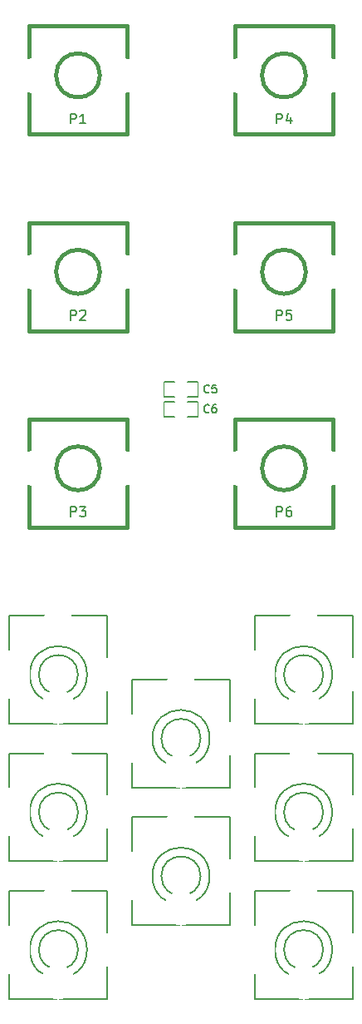
<source format=gto>
G04 (created by PCBNEW (2013-07-07 BZR 4022)-stable) date 2014-05-25 11:14:29 PM*
%MOIN*%
G04 Gerber Fmt 3.4, Leading zero omitted, Abs format*
%FSLAX34Y34*%
G01*
G70*
G90*
G04 APERTURE LIST*
%ADD10C,0.00590551*%
%ADD11C,0.005*%
%ADD12C,0.015*%
%ADD13C,0.006*%
%ADD14R,0.045X0.055*%
%ADD15O,0.0984252X0.137795*%
%ADD16C,0.0688976*%
%ADD17O,0.137795X0.19685*%
%ADD18O,0.0787402X0.137795*%
%ADD19O,0.137795X0.137795*%
%ADD20C,0.0787*%
%ADD21R,0.0787X0.0787*%
%ADD22R,0.0551181X0.0551181*%
%ADD23C,0.0551181*%
G04 APERTURE END LIST*
G54D10*
G54D11*
X87712Y-56992D02*
X87312Y-56992D01*
X87312Y-56992D02*
X87312Y-56392D01*
X87312Y-56392D02*
X87712Y-56392D01*
X88272Y-56392D02*
X88672Y-56392D01*
X88672Y-56392D02*
X88672Y-56992D01*
X88672Y-56992D02*
X88272Y-56992D01*
X87712Y-57780D02*
X87312Y-57780D01*
X87312Y-57780D02*
X87312Y-57180D01*
X87312Y-57180D02*
X87712Y-57180D01*
X88272Y-57180D02*
X88672Y-57180D01*
X88672Y-57180D02*
X88672Y-57780D01*
X88672Y-57780D02*
X88272Y-57780D01*
G54D12*
X84738Y-59842D02*
G75*
G03X84738Y-59842I-880J0D01*
G74*
G01*
X81889Y-59842D02*
X81889Y-57874D01*
X81889Y-57874D02*
X85826Y-57874D01*
X85826Y-57874D02*
X85826Y-62204D01*
X85826Y-62204D02*
X81889Y-62204D01*
X81889Y-62204D02*
X81889Y-59842D01*
X84738Y-51968D02*
G75*
G03X84738Y-51968I-880J0D01*
G74*
G01*
X81889Y-51968D02*
X81889Y-50000D01*
X81889Y-50000D02*
X85826Y-50000D01*
X85826Y-50000D02*
X85826Y-54330D01*
X85826Y-54330D02*
X81889Y-54330D01*
X81889Y-54330D02*
X81889Y-51968D01*
X84738Y-44094D02*
G75*
G03X84738Y-44094I-880J0D01*
G74*
G01*
X81889Y-44094D02*
X81889Y-42125D01*
X81889Y-42125D02*
X85826Y-42125D01*
X85826Y-42125D02*
X85826Y-46456D01*
X85826Y-46456D02*
X81889Y-46456D01*
X81889Y-46456D02*
X81889Y-44094D01*
X93006Y-44094D02*
G75*
G03X93006Y-44094I-880J0D01*
G74*
G01*
X90157Y-44094D02*
X90157Y-42125D01*
X90157Y-42125D02*
X94094Y-42125D01*
X94094Y-42125D02*
X94094Y-46456D01*
X94094Y-46456D02*
X90157Y-46456D01*
X90157Y-46456D02*
X90157Y-44094D01*
X93006Y-51968D02*
G75*
G03X93006Y-51968I-880J0D01*
G74*
G01*
X90157Y-51968D02*
X90157Y-50000D01*
X90157Y-50000D02*
X94094Y-50000D01*
X94094Y-50000D02*
X94094Y-54330D01*
X94094Y-54330D02*
X90157Y-54330D01*
X90157Y-54330D02*
X90157Y-51968D01*
X93006Y-59842D02*
G75*
G03X93006Y-59842I-880J0D01*
G74*
G01*
X90157Y-59842D02*
X90157Y-57874D01*
X90157Y-57874D02*
X94094Y-57874D01*
X94094Y-57874D02*
X94094Y-62204D01*
X94094Y-62204D02*
X90157Y-62204D01*
X90157Y-62204D02*
X90157Y-59842D01*
G54D10*
X84218Y-68110D02*
G75*
G03X84218Y-68110I-1147J0D01*
G74*
G01*
X85039Y-70078D02*
X81102Y-70078D01*
X81102Y-70078D02*
X81102Y-65748D01*
X81102Y-65748D02*
X85039Y-65748D01*
X85039Y-65748D02*
X85039Y-70078D01*
X83858Y-68110D02*
G75*
G03X83858Y-68110I-787J0D01*
G74*
G01*
X89139Y-76181D02*
G75*
G03X89139Y-76181I-1147J0D01*
G74*
G01*
X89960Y-78149D02*
X86023Y-78149D01*
X86023Y-78149D02*
X86023Y-73818D01*
X86023Y-73818D02*
X89960Y-73818D01*
X89960Y-73818D02*
X89960Y-78149D01*
X88779Y-76181D02*
G75*
G03X88779Y-76181I-787J0D01*
G74*
G01*
X94061Y-79133D02*
G75*
G03X94061Y-79133I-1147J0D01*
G74*
G01*
X94881Y-81102D02*
X90944Y-81102D01*
X90944Y-81102D02*
X90944Y-76771D01*
X90944Y-76771D02*
X94881Y-76771D01*
X94881Y-76771D02*
X94881Y-81102D01*
X93700Y-79133D02*
G75*
G03X93700Y-79133I-787J0D01*
G74*
G01*
X94061Y-73622D02*
G75*
G03X94061Y-73622I-1147J0D01*
G74*
G01*
X94881Y-75590D02*
X90944Y-75590D01*
X90944Y-75590D02*
X90944Y-71259D01*
X90944Y-71259D02*
X94881Y-71259D01*
X94881Y-71259D02*
X94881Y-75590D01*
X93700Y-73622D02*
G75*
G03X93700Y-73622I-787J0D01*
G74*
G01*
X94061Y-68110D02*
G75*
G03X94061Y-68110I-1147J0D01*
G74*
G01*
X94881Y-70078D02*
X90944Y-70078D01*
X90944Y-70078D02*
X90944Y-65748D01*
X90944Y-65748D02*
X94881Y-65748D01*
X94881Y-65748D02*
X94881Y-70078D01*
X93700Y-68110D02*
G75*
G03X93700Y-68110I-787J0D01*
G74*
G01*
X89139Y-70669D02*
G75*
G03X89139Y-70669I-1147J0D01*
G74*
G01*
X89960Y-72637D02*
X86023Y-72637D01*
X86023Y-72637D02*
X86023Y-68307D01*
X86023Y-68307D02*
X89960Y-68307D01*
X89960Y-68307D02*
X89960Y-72637D01*
X88779Y-70669D02*
G75*
G03X88779Y-70669I-787J0D01*
G74*
G01*
X84218Y-79133D02*
G75*
G03X84218Y-79133I-1147J0D01*
G74*
G01*
X85039Y-81102D02*
X81102Y-81102D01*
X81102Y-81102D02*
X81102Y-76771D01*
X81102Y-76771D02*
X85039Y-76771D01*
X85039Y-76771D02*
X85039Y-81102D01*
X83858Y-79133D02*
G75*
G03X83858Y-79133I-787J0D01*
G74*
G01*
X84218Y-73622D02*
G75*
G03X84218Y-73622I-1147J0D01*
G74*
G01*
X85039Y-75590D02*
X81102Y-75590D01*
X81102Y-75590D02*
X81102Y-71259D01*
X81102Y-71259D02*
X85039Y-71259D01*
X85039Y-71259D02*
X85039Y-75590D01*
X83858Y-73622D02*
G75*
G03X83858Y-73622I-787J0D01*
G74*
G01*
G54D13*
X89119Y-56791D02*
X89104Y-56807D01*
X89058Y-56822D01*
X89028Y-56822D01*
X88982Y-56807D01*
X88952Y-56776D01*
X88937Y-56746D01*
X88921Y-56685D01*
X88921Y-56639D01*
X88937Y-56578D01*
X88952Y-56548D01*
X88982Y-56517D01*
X89028Y-56502D01*
X89058Y-56502D01*
X89104Y-56517D01*
X89119Y-56532D01*
X89409Y-56502D02*
X89257Y-56502D01*
X89241Y-56654D01*
X89257Y-56639D01*
X89287Y-56624D01*
X89363Y-56624D01*
X89394Y-56639D01*
X89409Y-56654D01*
X89424Y-56685D01*
X89424Y-56761D01*
X89409Y-56791D01*
X89394Y-56807D01*
X89363Y-56822D01*
X89287Y-56822D01*
X89257Y-56807D01*
X89241Y-56791D01*
X89119Y-57579D02*
X89104Y-57594D01*
X89058Y-57609D01*
X89028Y-57609D01*
X88982Y-57594D01*
X88952Y-57564D01*
X88937Y-57533D01*
X88921Y-57472D01*
X88921Y-57426D01*
X88937Y-57366D01*
X88952Y-57335D01*
X88982Y-57305D01*
X89028Y-57289D01*
X89058Y-57289D01*
X89104Y-57305D01*
X89119Y-57320D01*
X89394Y-57289D02*
X89333Y-57289D01*
X89302Y-57305D01*
X89287Y-57320D01*
X89257Y-57366D01*
X89241Y-57426D01*
X89241Y-57548D01*
X89257Y-57579D01*
X89272Y-57594D01*
X89302Y-57609D01*
X89363Y-57609D01*
X89394Y-57594D01*
X89409Y-57579D01*
X89424Y-57548D01*
X89424Y-57472D01*
X89409Y-57442D01*
X89394Y-57426D01*
X89363Y-57411D01*
X89302Y-57411D01*
X89272Y-57426D01*
X89257Y-57442D01*
X89241Y-57472D01*
G54D10*
X83567Y-61773D02*
X83567Y-61379D01*
X83717Y-61379D01*
X83755Y-61398D01*
X83773Y-61417D01*
X83792Y-61454D01*
X83792Y-61511D01*
X83773Y-61548D01*
X83755Y-61567D01*
X83717Y-61586D01*
X83567Y-61586D01*
X83923Y-61379D02*
X84167Y-61379D01*
X84036Y-61529D01*
X84092Y-61529D01*
X84130Y-61548D01*
X84148Y-61567D01*
X84167Y-61604D01*
X84167Y-61698D01*
X84148Y-61736D01*
X84130Y-61754D01*
X84092Y-61773D01*
X83980Y-61773D01*
X83942Y-61754D01*
X83923Y-61736D01*
X83567Y-53899D02*
X83567Y-53505D01*
X83717Y-53505D01*
X83755Y-53524D01*
X83773Y-53543D01*
X83792Y-53580D01*
X83792Y-53637D01*
X83773Y-53674D01*
X83755Y-53693D01*
X83717Y-53712D01*
X83567Y-53712D01*
X83942Y-53543D02*
X83961Y-53524D01*
X83998Y-53505D01*
X84092Y-53505D01*
X84130Y-53524D01*
X84148Y-53543D01*
X84167Y-53580D01*
X84167Y-53618D01*
X84148Y-53674D01*
X83923Y-53899D01*
X84167Y-53899D01*
X83567Y-46025D02*
X83567Y-45631D01*
X83717Y-45631D01*
X83755Y-45650D01*
X83773Y-45669D01*
X83792Y-45706D01*
X83792Y-45763D01*
X83773Y-45800D01*
X83755Y-45819D01*
X83717Y-45838D01*
X83567Y-45838D01*
X84167Y-46025D02*
X83942Y-46025D01*
X84055Y-46025D02*
X84055Y-45631D01*
X84017Y-45688D01*
X83980Y-45725D01*
X83942Y-45744D01*
X91835Y-46025D02*
X91835Y-45631D01*
X91985Y-45631D01*
X92022Y-45650D01*
X92041Y-45669D01*
X92060Y-45706D01*
X92060Y-45763D01*
X92041Y-45800D01*
X92022Y-45819D01*
X91985Y-45838D01*
X91835Y-45838D01*
X92397Y-45763D02*
X92397Y-46025D01*
X92304Y-45613D02*
X92210Y-45894D01*
X92454Y-45894D01*
X91835Y-53899D02*
X91835Y-53505D01*
X91985Y-53505D01*
X92022Y-53524D01*
X92041Y-53543D01*
X92060Y-53580D01*
X92060Y-53637D01*
X92041Y-53674D01*
X92022Y-53693D01*
X91985Y-53712D01*
X91835Y-53712D01*
X92416Y-53505D02*
X92229Y-53505D01*
X92210Y-53693D01*
X92229Y-53674D01*
X92266Y-53655D01*
X92360Y-53655D01*
X92397Y-53674D01*
X92416Y-53693D01*
X92435Y-53730D01*
X92435Y-53824D01*
X92416Y-53862D01*
X92397Y-53880D01*
X92360Y-53899D01*
X92266Y-53899D01*
X92229Y-53880D01*
X92210Y-53862D01*
X91835Y-61773D02*
X91835Y-61379D01*
X91985Y-61379D01*
X92022Y-61398D01*
X92041Y-61417D01*
X92060Y-61454D01*
X92060Y-61511D01*
X92041Y-61548D01*
X92022Y-61567D01*
X91985Y-61586D01*
X91835Y-61586D01*
X92397Y-61379D02*
X92322Y-61379D01*
X92285Y-61398D01*
X92266Y-61417D01*
X92229Y-61473D01*
X92210Y-61548D01*
X92210Y-61698D01*
X92229Y-61736D01*
X92247Y-61754D01*
X92285Y-61773D01*
X92360Y-61773D01*
X92397Y-61754D01*
X92416Y-61736D01*
X92435Y-61698D01*
X92435Y-61604D01*
X92416Y-61567D01*
X92397Y-61548D01*
X92360Y-61529D01*
X92285Y-61529D01*
X92247Y-61548D01*
X92229Y-61567D01*
X92210Y-61604D01*
%LPC*%
G54D14*
X87567Y-56692D03*
X88417Y-56692D03*
X87567Y-57480D03*
X88417Y-57480D03*
G54D15*
X85748Y-59842D03*
X81968Y-59842D03*
G54D16*
X84842Y-62795D03*
X83858Y-62795D03*
X82874Y-62795D03*
G54D15*
X85748Y-51968D03*
X81968Y-51968D03*
G54D16*
X84842Y-54921D03*
X83858Y-54921D03*
X82874Y-54921D03*
G54D15*
X85748Y-44094D03*
X81968Y-44094D03*
G54D16*
X84842Y-47047D03*
X83858Y-47047D03*
X82874Y-47047D03*
G54D15*
X94015Y-44094D03*
X90236Y-44094D03*
G54D16*
X93110Y-47047D03*
X92125Y-47047D03*
X91141Y-47047D03*
G54D15*
X94015Y-51968D03*
X90236Y-51968D03*
G54D16*
X93110Y-54921D03*
X92125Y-54921D03*
X91141Y-54921D03*
G54D15*
X94015Y-59842D03*
X90236Y-59842D03*
G54D16*
X93110Y-62795D03*
X92125Y-62795D03*
X91141Y-62795D03*
G54D17*
X81220Y-68110D03*
G54D18*
X84921Y-68110D03*
G54D19*
X83070Y-66181D03*
X83070Y-69409D03*
G54D17*
X86141Y-76181D03*
G54D18*
X89842Y-76181D03*
G54D19*
X87992Y-74251D03*
X87992Y-77480D03*
G54D17*
X91062Y-79133D03*
G54D18*
X94763Y-79133D03*
G54D19*
X92913Y-77204D03*
X92913Y-80433D03*
G54D17*
X91062Y-73622D03*
G54D18*
X94763Y-73622D03*
G54D19*
X92913Y-71692D03*
X92913Y-74921D03*
G54D17*
X91062Y-68110D03*
G54D18*
X94763Y-68110D03*
G54D19*
X92913Y-66181D03*
X92913Y-69409D03*
G54D17*
X86141Y-70669D03*
G54D18*
X89842Y-70669D03*
G54D19*
X87992Y-68740D03*
X87992Y-71968D03*
G54D17*
X81220Y-79133D03*
G54D18*
X84921Y-79133D03*
G54D19*
X83070Y-77204D03*
X83070Y-80433D03*
G54D17*
X81220Y-73622D03*
G54D18*
X84921Y-73622D03*
G54D19*
X83070Y-71692D03*
X83070Y-74921D03*
G54D20*
X88492Y-48440D03*
X88492Y-47440D03*
X88492Y-49440D03*
X88492Y-46440D03*
G54D21*
X88492Y-45440D03*
G54D20*
X87492Y-45440D03*
X87492Y-46440D03*
X87492Y-47440D03*
X87492Y-48440D03*
X87492Y-49440D03*
G54D22*
X88385Y-43503D03*
G54D23*
X87598Y-43503D03*
G54D22*
X87598Y-51574D03*
G54D23*
X88385Y-51574D03*
M02*

</source>
